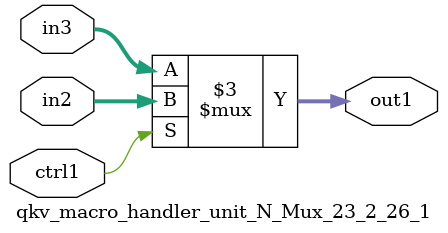
<source format=v>

`timescale 1ps / 1ps


module qkv_macro_handler_unit_N_Mux_23_2_26_1( in3, in2, ctrl1, out1 );

    input [22:0] in3;
    input [22:0] in2;
    input ctrl1;
    output [22:0] out1;
    reg [22:0] out1;

    
    // rtl_process:qkv_macro_handler_unit_N_Mux_23_2_26_1/qkv_macro_handler_unit_N_Mux_23_2_26_1_thread_1
    always @*
      begin : qkv_macro_handler_unit_N_Mux_23_2_26_1_thread_1
        case (ctrl1) 
          1'b1: 
            begin
              out1 = in2;
            end
          default: 
            begin
              out1 = in3;
            end
        endcase
      end

endmodule



</source>
